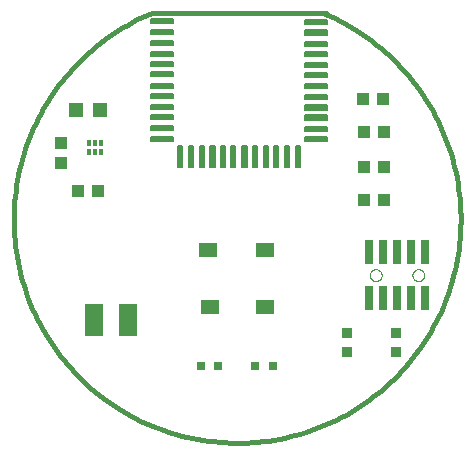
<source format=gtp>
G75*
%MOIN*%
%OFA0B0*%
%FSLAX25Y25*%
%IPPOS*%
%LPD*%
%AMOC8*
5,1,8,0,0,1.08239X$1,22.5*
%
%ADD10C,0.01600*%
%ADD11C,0.00591*%
%ADD12R,0.03937X0.04331*%
%ADD13R,0.04331X0.03937*%
%ADD14R,0.06299X0.10630*%
%ADD15R,0.05118X0.05000*%
%ADD16R,0.03150X0.03150*%
%ADD17R,0.01181X0.02047*%
%ADD18R,0.06102X0.04724*%
%ADD19R,0.02500X0.08000*%
%ADD20C,0.00000*%
%ADD21R,0.03543X0.03740*%
D10*
X0059923Y0145895D02*
X0058243Y0145181D01*
X0056581Y0144427D01*
X0054938Y0143632D01*
X0053314Y0142797D01*
X0051712Y0141922D01*
X0050132Y0141008D01*
X0048574Y0140056D01*
X0047041Y0139066D01*
X0045532Y0138039D01*
X0044048Y0136975D01*
X0042591Y0135875D01*
X0041162Y0134740D01*
X0039761Y0133569D01*
X0038389Y0132365D01*
X0037047Y0131128D01*
X0035735Y0129858D01*
X0034455Y0128557D01*
X0033208Y0127224D01*
X0031993Y0125861D01*
X0030812Y0124469D01*
X0029666Y0123048D01*
X0028555Y0121600D01*
X0027480Y0120125D01*
X0026441Y0118624D01*
X0025439Y0117098D01*
X0024475Y0115548D01*
X0023549Y0113974D01*
X0022662Y0112379D01*
X0021815Y0110762D01*
X0021007Y0109125D01*
X0020240Y0107469D01*
X0019513Y0105794D01*
X0018828Y0104102D01*
X0018185Y0102394D01*
X0017583Y0100670D01*
X0017024Y0098933D01*
X0016508Y0097182D01*
X0016035Y0095419D01*
X0015605Y0093644D01*
X0015218Y0091860D01*
X0014876Y0090067D01*
X0014578Y0088266D01*
X0014324Y0086459D01*
X0014114Y0084645D01*
X0013949Y0082827D01*
X0013828Y0081006D01*
X0013752Y0079182D01*
X0013721Y0077357D01*
X0013734Y0075531D01*
X0013793Y0073707D01*
X0013896Y0071884D01*
X0014043Y0070065D01*
X0014235Y0068249D01*
X0014472Y0066439D01*
X0014753Y0064636D01*
X0015078Y0062839D01*
X0015447Y0061052D01*
X0015860Y0059273D01*
X0016316Y0057506D01*
X0016815Y0055750D01*
X0017357Y0054007D01*
X0017942Y0052278D01*
X0018569Y0050563D01*
X0019238Y0048865D01*
X0019948Y0047183D01*
X0020699Y0045519D01*
X0021491Y0043874D01*
X0022323Y0042249D01*
X0023194Y0040645D01*
X0024105Y0039063D01*
X0025054Y0037504D01*
X0026040Y0035968D01*
X0027065Y0034457D01*
X0028126Y0032972D01*
X0029223Y0031513D01*
X0030355Y0030081D01*
X0031523Y0028677D01*
X0032724Y0027303D01*
X0033958Y0025958D01*
X0035226Y0024644D01*
X0036525Y0023362D01*
X0037855Y0022112D01*
X0039215Y0020894D01*
X0040605Y0019711D01*
X0042023Y0018562D01*
X0043469Y0017448D01*
X0044942Y0016369D01*
X0046441Y0015327D01*
X0047965Y0014323D01*
X0049513Y0013355D01*
X0051085Y0012427D01*
X0052679Y0011536D01*
X0054294Y0010686D01*
X0055929Y0009875D01*
X0057584Y0009104D01*
X0059257Y0008374D01*
X0060948Y0007686D01*
X0062655Y0007039D01*
X0064377Y0006434D01*
X0066114Y0005871D01*
X0067864Y0005351D01*
X0069626Y0004875D01*
X0071399Y0004441D01*
X0073182Y0004051D01*
X0074975Y0003705D01*
X0076775Y0003403D01*
X0078582Y0003146D01*
X0080395Y0002932D01*
X0082213Y0002763D01*
X0084034Y0002639D01*
X0085858Y0002560D01*
X0087683Y0002525D01*
X0089508Y0002535D01*
X0091333Y0002589D01*
X0093156Y0002689D01*
X0094976Y0002832D01*
X0096791Y0003021D01*
X0098602Y0003254D01*
X0100406Y0003531D01*
X0102203Y0003853D01*
X0103992Y0004218D01*
X0105771Y0004627D01*
X0107539Y0005080D01*
X0109296Y0005575D01*
X0111040Y0006114D01*
X0112771Y0006695D01*
X0114486Y0007319D01*
X0116186Y0007984D01*
X0117869Y0008691D01*
X0119534Y0009439D01*
X0121181Y0010227D01*
X0122807Y0011056D01*
X0124413Y0011924D01*
X0125997Y0012832D01*
X0127558Y0013777D01*
X0129096Y0014761D01*
X0130609Y0015782D01*
X0132097Y0016840D01*
X0133558Y0017935D01*
X0134992Y0019064D01*
X0136398Y0020229D01*
X0137775Y0021427D01*
X0139122Y0022659D01*
X0140438Y0023924D01*
X0141723Y0025220D01*
X0142976Y0026548D01*
X0144196Y0027906D01*
X0145383Y0029293D01*
X0146535Y0030709D01*
X0147652Y0032153D01*
X0148733Y0033624D01*
X0149778Y0035121D01*
X0150786Y0036643D01*
X0151756Y0038189D01*
X0152688Y0039758D01*
X0153581Y0041350D01*
X0154435Y0042964D01*
X0155249Y0044598D01*
X0156023Y0046251D01*
X0156757Y0047923D01*
X0157449Y0049612D01*
X0158099Y0051318D01*
X0158707Y0053039D01*
X0159273Y0054774D01*
X0159797Y0056523D01*
X0160277Y0058284D01*
X0160714Y0060057D01*
X0161107Y0061839D01*
X0161457Y0063631D01*
X0161762Y0065430D01*
X0162024Y0067237D01*
X0162241Y0069050D01*
X0162413Y0070867D01*
X0162541Y0072688D01*
X0162625Y0074511D01*
X0162663Y0076337D01*
X0162657Y0078162D01*
X0162606Y0079987D01*
X0162510Y0081810D01*
X0162370Y0083630D01*
X0162185Y0085446D01*
X0161956Y0087257D01*
X0161682Y0089062D01*
X0161364Y0090859D01*
X0161003Y0092649D01*
X0160597Y0094428D01*
X0160148Y0096198D01*
X0159656Y0097956D01*
X0159121Y0099701D01*
X0158543Y0101432D01*
X0157923Y0103149D01*
X0157261Y0104851D01*
X0156557Y0106535D01*
X0155813Y0108202D01*
X0155028Y0109850D01*
X0154202Y0111478D01*
X0153337Y0113086D01*
X0152433Y0114671D01*
X0151490Y0116235D01*
X0150510Y0117774D01*
X0149491Y0119289D01*
X0148436Y0120779D01*
X0147345Y0122242D01*
X0146218Y0123679D01*
X0145057Y0125087D01*
X0143861Y0126466D01*
X0142632Y0127816D01*
X0141370Y0129135D01*
X0140076Y0130422D01*
X0138751Y0131678D01*
X0137396Y0132901D01*
X0136011Y0134090D01*
X0134597Y0135245D01*
X0133155Y0136365D01*
X0131687Y0137449D01*
X0130192Y0138497D01*
X0128672Y0139508D01*
X0127128Y0140481D01*
X0125560Y0141416D01*
X0123970Y0142313D01*
X0122358Y0143170D01*
X0120726Y0143987D01*
X0119074Y0144765D01*
X0117404Y0145501D01*
X0117798Y0145894D02*
X0059924Y0145894D01*
D11*
X0059628Y0142331D02*
X0066912Y0142331D01*
X0059628Y0142331D02*
X0059628Y0143709D01*
X0066912Y0143709D01*
X0066912Y0142331D01*
X0066912Y0142921D02*
X0059628Y0142921D01*
X0059628Y0143511D02*
X0066912Y0143511D01*
X0066912Y0138788D02*
X0059628Y0138788D01*
X0059628Y0140166D01*
X0066912Y0140166D01*
X0066912Y0138788D01*
X0066912Y0139378D02*
X0059628Y0139378D01*
X0059628Y0139968D02*
X0066912Y0139968D01*
X0066912Y0135048D02*
X0059628Y0135048D01*
X0059628Y0136426D01*
X0066912Y0136426D01*
X0066912Y0135048D01*
X0066912Y0135638D02*
X0059628Y0135638D01*
X0059628Y0136228D02*
X0066912Y0136228D01*
X0066912Y0131505D02*
X0059628Y0131505D01*
X0059628Y0132883D01*
X0066912Y0132883D01*
X0066912Y0131505D01*
X0066912Y0132095D02*
X0059628Y0132095D01*
X0059628Y0132685D02*
X0066912Y0132685D01*
X0066912Y0127961D02*
X0059628Y0127961D01*
X0059628Y0129339D01*
X0066912Y0129339D01*
X0066912Y0127961D01*
X0066912Y0128551D02*
X0059628Y0128551D01*
X0059628Y0129141D02*
X0066912Y0129141D01*
X0066912Y0124615D02*
X0059628Y0124615D01*
X0059628Y0125993D01*
X0066912Y0125993D01*
X0066912Y0124615D01*
X0066912Y0125205D02*
X0059628Y0125205D01*
X0059628Y0125795D02*
X0066912Y0125795D01*
X0066912Y0120875D02*
X0059628Y0120875D01*
X0059628Y0122253D01*
X0066912Y0122253D01*
X0066912Y0120875D01*
X0066912Y0121465D02*
X0059628Y0121465D01*
X0059628Y0122055D02*
X0066912Y0122055D01*
X0066912Y0117331D02*
X0059628Y0117331D01*
X0059628Y0118709D01*
X0066912Y0118709D01*
X0066912Y0117331D01*
X0066912Y0117921D02*
X0059628Y0117921D01*
X0059628Y0118511D02*
X0066912Y0118511D01*
X0066912Y0113788D02*
X0059628Y0113788D01*
X0059628Y0115166D01*
X0066912Y0115166D01*
X0066912Y0113788D01*
X0066912Y0114378D02*
X0059628Y0114378D01*
X0059628Y0114968D02*
X0066912Y0114968D01*
X0066912Y0110442D02*
X0059628Y0110442D01*
X0059628Y0111820D01*
X0066912Y0111820D01*
X0066912Y0110442D01*
X0066912Y0111032D02*
X0059628Y0111032D01*
X0059628Y0111622D02*
X0066912Y0111622D01*
X0066912Y0106702D02*
X0059628Y0106702D01*
X0059628Y0108080D01*
X0066912Y0108080D01*
X0066912Y0106702D01*
X0066912Y0107292D02*
X0059628Y0107292D01*
X0059628Y0107882D02*
X0066912Y0107882D01*
X0066912Y0103158D02*
X0059628Y0103158D01*
X0059628Y0104536D01*
X0066912Y0104536D01*
X0066912Y0103158D01*
X0066912Y0103748D02*
X0059628Y0103748D01*
X0059628Y0104338D02*
X0066912Y0104338D01*
X0069865Y0101584D02*
X0069865Y0094300D01*
X0068487Y0094300D01*
X0068487Y0101584D01*
X0069865Y0101584D01*
X0069865Y0094890D02*
X0068487Y0094890D01*
X0068487Y0095480D02*
X0069865Y0095480D01*
X0069865Y0096070D02*
X0068487Y0096070D01*
X0068487Y0096660D02*
X0069865Y0096660D01*
X0069865Y0097250D02*
X0068487Y0097250D01*
X0068487Y0097840D02*
X0069865Y0097840D01*
X0069865Y0098430D02*
X0068487Y0098430D01*
X0068487Y0099020D02*
X0069865Y0099020D01*
X0069865Y0099610D02*
X0068487Y0099610D01*
X0068487Y0100200D02*
X0069865Y0100200D01*
X0069865Y0100790D02*
X0068487Y0100790D01*
X0068487Y0101380D02*
X0069865Y0101380D01*
X0073408Y0101584D02*
X0073408Y0094300D01*
X0072030Y0094300D01*
X0072030Y0101584D01*
X0073408Y0101584D01*
X0073408Y0094890D02*
X0072030Y0094890D01*
X0072030Y0095480D02*
X0073408Y0095480D01*
X0073408Y0096070D02*
X0072030Y0096070D01*
X0072030Y0096660D02*
X0073408Y0096660D01*
X0073408Y0097250D02*
X0072030Y0097250D01*
X0072030Y0097840D02*
X0073408Y0097840D01*
X0073408Y0098430D02*
X0072030Y0098430D01*
X0072030Y0099020D02*
X0073408Y0099020D01*
X0073408Y0099610D02*
X0072030Y0099610D01*
X0072030Y0100200D02*
X0073408Y0100200D01*
X0073408Y0100790D02*
X0072030Y0100790D01*
X0072030Y0101380D02*
X0073408Y0101380D01*
X0077148Y0101584D02*
X0077148Y0094300D01*
X0075770Y0094300D01*
X0075770Y0101584D01*
X0077148Y0101584D01*
X0077148Y0094890D02*
X0075770Y0094890D01*
X0075770Y0095480D02*
X0077148Y0095480D01*
X0077148Y0096070D02*
X0075770Y0096070D01*
X0075770Y0096660D02*
X0077148Y0096660D01*
X0077148Y0097250D02*
X0075770Y0097250D01*
X0075770Y0097840D02*
X0077148Y0097840D01*
X0077148Y0098430D02*
X0075770Y0098430D01*
X0075770Y0099020D02*
X0077148Y0099020D01*
X0077148Y0099610D02*
X0075770Y0099610D01*
X0075770Y0100200D02*
X0077148Y0100200D01*
X0077148Y0100790D02*
X0075770Y0100790D01*
X0075770Y0101380D02*
X0077148Y0101380D01*
X0080692Y0101584D02*
X0080692Y0094300D01*
X0079314Y0094300D01*
X0079314Y0101584D01*
X0080692Y0101584D01*
X0080692Y0094890D02*
X0079314Y0094890D01*
X0079314Y0095480D02*
X0080692Y0095480D01*
X0080692Y0096070D02*
X0079314Y0096070D01*
X0079314Y0096660D02*
X0080692Y0096660D01*
X0080692Y0097250D02*
X0079314Y0097250D01*
X0079314Y0097840D02*
X0080692Y0097840D01*
X0080692Y0098430D02*
X0079314Y0098430D01*
X0079314Y0099020D02*
X0080692Y0099020D01*
X0080692Y0099610D02*
X0079314Y0099610D01*
X0079314Y0100200D02*
X0080692Y0100200D01*
X0080692Y0100790D02*
X0079314Y0100790D01*
X0079314Y0101380D02*
X0080692Y0101380D01*
X0084235Y0101584D02*
X0084235Y0094300D01*
X0082857Y0094300D01*
X0082857Y0101584D01*
X0084235Y0101584D01*
X0084235Y0094890D02*
X0082857Y0094890D01*
X0082857Y0095480D02*
X0084235Y0095480D01*
X0084235Y0096070D02*
X0082857Y0096070D01*
X0082857Y0096660D02*
X0084235Y0096660D01*
X0084235Y0097250D02*
X0082857Y0097250D01*
X0082857Y0097840D02*
X0084235Y0097840D01*
X0084235Y0098430D02*
X0082857Y0098430D01*
X0082857Y0099020D02*
X0084235Y0099020D01*
X0084235Y0099610D02*
X0082857Y0099610D01*
X0082857Y0100200D02*
X0084235Y0100200D01*
X0084235Y0100790D02*
X0082857Y0100790D01*
X0082857Y0101380D02*
X0084235Y0101380D01*
X0087581Y0101584D02*
X0087581Y0094300D01*
X0086203Y0094300D01*
X0086203Y0101584D01*
X0087581Y0101584D01*
X0087581Y0094890D02*
X0086203Y0094890D01*
X0086203Y0095480D02*
X0087581Y0095480D01*
X0087581Y0096070D02*
X0086203Y0096070D01*
X0086203Y0096660D02*
X0087581Y0096660D01*
X0087581Y0097250D02*
X0086203Y0097250D01*
X0086203Y0097840D02*
X0087581Y0097840D01*
X0087581Y0098430D02*
X0086203Y0098430D01*
X0086203Y0099020D02*
X0087581Y0099020D01*
X0087581Y0099610D02*
X0086203Y0099610D01*
X0086203Y0100200D02*
X0087581Y0100200D01*
X0087581Y0100790D02*
X0086203Y0100790D01*
X0086203Y0101380D02*
X0087581Y0101380D01*
X0091322Y0101584D02*
X0091322Y0094300D01*
X0089944Y0094300D01*
X0089944Y0101584D01*
X0091322Y0101584D01*
X0091322Y0094890D02*
X0089944Y0094890D01*
X0089944Y0095480D02*
X0091322Y0095480D01*
X0091322Y0096070D02*
X0089944Y0096070D01*
X0089944Y0096660D02*
X0091322Y0096660D01*
X0091322Y0097250D02*
X0089944Y0097250D01*
X0089944Y0097840D02*
X0091322Y0097840D01*
X0091322Y0098430D02*
X0089944Y0098430D01*
X0089944Y0099020D02*
X0091322Y0099020D01*
X0091322Y0099610D02*
X0089944Y0099610D01*
X0089944Y0100200D02*
X0091322Y0100200D01*
X0091322Y0100790D02*
X0089944Y0100790D01*
X0089944Y0101380D02*
X0091322Y0101380D01*
X0094865Y0101584D02*
X0094865Y0094300D01*
X0093487Y0094300D01*
X0093487Y0101584D01*
X0094865Y0101584D01*
X0094865Y0094890D02*
X0093487Y0094890D01*
X0093487Y0095480D02*
X0094865Y0095480D01*
X0094865Y0096070D02*
X0093487Y0096070D01*
X0093487Y0096660D02*
X0094865Y0096660D01*
X0094865Y0097250D02*
X0093487Y0097250D01*
X0093487Y0097840D02*
X0094865Y0097840D01*
X0094865Y0098430D02*
X0093487Y0098430D01*
X0093487Y0099020D02*
X0094865Y0099020D01*
X0094865Y0099610D02*
X0093487Y0099610D01*
X0093487Y0100200D02*
X0094865Y0100200D01*
X0094865Y0100790D02*
X0093487Y0100790D01*
X0093487Y0101380D02*
X0094865Y0101380D01*
X0098408Y0101584D02*
X0098408Y0094300D01*
X0097030Y0094300D01*
X0097030Y0101584D01*
X0098408Y0101584D01*
X0098408Y0094890D02*
X0097030Y0094890D01*
X0097030Y0095480D02*
X0098408Y0095480D01*
X0098408Y0096070D02*
X0097030Y0096070D01*
X0097030Y0096660D02*
X0098408Y0096660D01*
X0098408Y0097250D02*
X0097030Y0097250D01*
X0097030Y0097840D02*
X0098408Y0097840D01*
X0098408Y0098430D02*
X0097030Y0098430D01*
X0097030Y0099020D02*
X0098408Y0099020D01*
X0098408Y0099610D02*
X0097030Y0099610D01*
X0097030Y0100200D02*
X0098408Y0100200D01*
X0098408Y0100790D02*
X0097030Y0100790D01*
X0097030Y0101380D02*
X0098408Y0101380D01*
X0101755Y0101584D02*
X0101755Y0094300D01*
X0100377Y0094300D01*
X0100377Y0101584D01*
X0101755Y0101584D01*
X0101755Y0094890D02*
X0100377Y0094890D01*
X0100377Y0095480D02*
X0101755Y0095480D01*
X0101755Y0096070D02*
X0100377Y0096070D01*
X0100377Y0096660D02*
X0101755Y0096660D01*
X0101755Y0097250D02*
X0100377Y0097250D01*
X0100377Y0097840D02*
X0101755Y0097840D01*
X0101755Y0098430D02*
X0100377Y0098430D01*
X0100377Y0099020D02*
X0101755Y0099020D01*
X0101755Y0099610D02*
X0100377Y0099610D01*
X0100377Y0100200D02*
X0101755Y0100200D01*
X0101755Y0100790D02*
X0100377Y0100790D01*
X0100377Y0101380D02*
X0101755Y0101380D01*
X0105495Y0101584D02*
X0105495Y0094300D01*
X0104117Y0094300D01*
X0104117Y0101584D01*
X0105495Y0101584D01*
X0105495Y0094890D02*
X0104117Y0094890D01*
X0104117Y0095480D02*
X0105495Y0095480D01*
X0105495Y0096070D02*
X0104117Y0096070D01*
X0104117Y0096660D02*
X0105495Y0096660D01*
X0105495Y0097250D02*
X0104117Y0097250D01*
X0104117Y0097840D02*
X0105495Y0097840D01*
X0105495Y0098430D02*
X0104117Y0098430D01*
X0104117Y0099020D02*
X0105495Y0099020D01*
X0105495Y0099610D02*
X0104117Y0099610D01*
X0104117Y0100200D02*
X0105495Y0100200D01*
X0105495Y0100790D02*
X0104117Y0100790D01*
X0104117Y0101380D02*
X0105495Y0101380D01*
X0109038Y0101584D02*
X0109038Y0094300D01*
X0107660Y0094300D01*
X0107660Y0101584D01*
X0109038Y0101584D01*
X0109038Y0094890D02*
X0107660Y0094890D01*
X0107660Y0095480D02*
X0109038Y0095480D01*
X0109038Y0096070D02*
X0107660Y0096070D01*
X0107660Y0096660D02*
X0109038Y0096660D01*
X0109038Y0097250D02*
X0107660Y0097250D01*
X0107660Y0097840D02*
X0109038Y0097840D01*
X0109038Y0098430D02*
X0107660Y0098430D01*
X0107660Y0099020D02*
X0109038Y0099020D01*
X0109038Y0099610D02*
X0107660Y0099610D01*
X0107660Y0100200D02*
X0109038Y0100200D01*
X0109038Y0100790D02*
X0107660Y0100790D01*
X0107660Y0101380D02*
X0109038Y0101380D01*
X0110809Y0102961D02*
X0118093Y0102961D01*
X0110809Y0102961D02*
X0110809Y0104339D01*
X0118093Y0104339D01*
X0118093Y0102961D01*
X0118093Y0103551D02*
X0110809Y0103551D01*
X0110809Y0104141D02*
X0118093Y0104141D01*
X0118093Y0106505D02*
X0110809Y0106505D01*
X0110809Y0107883D01*
X0118093Y0107883D01*
X0118093Y0106505D01*
X0118093Y0107095D02*
X0110809Y0107095D01*
X0110809Y0107685D02*
X0118093Y0107685D01*
X0118093Y0110245D02*
X0110809Y0110245D01*
X0110809Y0111623D01*
X0118093Y0111623D01*
X0118093Y0110245D01*
X0118093Y0110835D02*
X0110809Y0110835D01*
X0110809Y0111425D02*
X0118093Y0111425D01*
X0118093Y0113591D02*
X0110809Y0113591D01*
X0110809Y0114969D01*
X0118093Y0114969D01*
X0118093Y0113591D01*
X0118093Y0114181D02*
X0110809Y0114181D01*
X0110809Y0114771D02*
X0118093Y0114771D01*
X0118093Y0117135D02*
X0110809Y0117135D01*
X0110809Y0118513D01*
X0118093Y0118513D01*
X0118093Y0117135D01*
X0118093Y0117725D02*
X0110809Y0117725D01*
X0110809Y0118315D02*
X0118093Y0118315D01*
X0118093Y0120678D02*
X0110809Y0120678D01*
X0110809Y0122056D01*
X0118093Y0122056D01*
X0118093Y0120678D01*
X0118093Y0121268D02*
X0110809Y0121268D01*
X0110809Y0121858D02*
X0118093Y0121858D01*
X0118093Y0124418D02*
X0110809Y0124418D01*
X0110809Y0125796D01*
X0118093Y0125796D01*
X0118093Y0124418D01*
X0118093Y0125008D02*
X0110809Y0125008D01*
X0110809Y0125598D02*
X0118093Y0125598D01*
X0118093Y0127765D02*
X0110809Y0127765D01*
X0110809Y0129143D01*
X0118093Y0129143D01*
X0118093Y0127765D01*
X0118093Y0128355D02*
X0110809Y0128355D01*
X0110809Y0128945D02*
X0118093Y0128945D01*
X0118093Y0131308D02*
X0110809Y0131308D01*
X0110809Y0132686D01*
X0118093Y0132686D01*
X0118093Y0131308D01*
X0118093Y0131898D02*
X0110809Y0131898D01*
X0110809Y0132488D02*
X0118093Y0132488D01*
X0118093Y0134851D02*
X0110809Y0134851D01*
X0110809Y0136229D01*
X0118093Y0136229D01*
X0118093Y0134851D01*
X0118093Y0135441D02*
X0110809Y0135441D01*
X0110809Y0136031D02*
X0118093Y0136031D01*
X0118093Y0138591D02*
X0110809Y0138591D01*
X0110809Y0139969D01*
X0118093Y0139969D01*
X0118093Y0138591D01*
X0118093Y0139181D02*
X0110809Y0139181D01*
X0110809Y0139771D02*
X0118093Y0139771D01*
X0118093Y0142135D02*
X0110809Y0142135D01*
X0110809Y0143513D01*
X0118093Y0143513D01*
X0118093Y0142135D01*
X0118093Y0142725D02*
X0110809Y0142725D01*
X0110809Y0143315D02*
X0118093Y0143315D01*
D12*
X0029451Y0102391D03*
X0029451Y0095698D03*
D13*
X0035121Y0086446D03*
X0041814Y0086446D03*
X0130514Y0083572D03*
X0137207Y0083572D03*
X0137247Y0094595D03*
X0130554Y0094595D03*
X0130475Y0106013D03*
X0137168Y0106013D03*
X0136735Y0117036D03*
X0130042Y0117036D03*
D14*
X0040633Y0043454D03*
X0051656Y0043454D03*
D15*
X0042601Y0113296D03*
X0034412Y0113335D03*
D16*
X0076026Y0027981D03*
X0081932Y0027981D03*
X0094097Y0027981D03*
X0100003Y0027981D03*
D17*
X0042719Y0099477D03*
X0040751Y0099477D03*
X0038782Y0099477D03*
X0038782Y0102430D03*
X0040751Y0102430D03*
X0042719Y0102430D03*
D18*
X0078625Y0066643D03*
X0097522Y0066643D03*
X0097522Y0047745D03*
X0079018Y0047745D03*
D19*
X0132050Y0050698D03*
X0136774Y0050698D03*
X0141499Y0050698D03*
X0146223Y0050894D03*
X0150948Y0050894D03*
X0150948Y0066249D03*
X0146223Y0066249D03*
X0141499Y0066249D03*
X0136774Y0066249D03*
X0132247Y0066249D03*
D20*
X0132443Y0058375D02*
X0132445Y0058463D01*
X0132451Y0058551D01*
X0132461Y0058639D01*
X0132475Y0058727D01*
X0132492Y0058813D01*
X0132514Y0058899D01*
X0132539Y0058983D01*
X0132569Y0059067D01*
X0132601Y0059149D01*
X0132638Y0059229D01*
X0132678Y0059308D01*
X0132722Y0059385D01*
X0132769Y0059460D01*
X0132819Y0059532D01*
X0132873Y0059603D01*
X0132929Y0059670D01*
X0132989Y0059736D01*
X0133051Y0059798D01*
X0133117Y0059858D01*
X0133184Y0059914D01*
X0133255Y0059968D01*
X0133327Y0060018D01*
X0133402Y0060065D01*
X0133479Y0060109D01*
X0133558Y0060149D01*
X0133638Y0060186D01*
X0133720Y0060218D01*
X0133804Y0060248D01*
X0133888Y0060273D01*
X0133974Y0060295D01*
X0134060Y0060312D01*
X0134148Y0060326D01*
X0134236Y0060336D01*
X0134324Y0060342D01*
X0134412Y0060344D01*
X0134500Y0060342D01*
X0134588Y0060336D01*
X0134676Y0060326D01*
X0134764Y0060312D01*
X0134850Y0060295D01*
X0134936Y0060273D01*
X0135020Y0060248D01*
X0135104Y0060218D01*
X0135186Y0060186D01*
X0135266Y0060149D01*
X0135345Y0060109D01*
X0135422Y0060065D01*
X0135497Y0060018D01*
X0135569Y0059968D01*
X0135640Y0059914D01*
X0135707Y0059858D01*
X0135773Y0059798D01*
X0135835Y0059736D01*
X0135895Y0059670D01*
X0135951Y0059603D01*
X0136005Y0059532D01*
X0136055Y0059460D01*
X0136102Y0059385D01*
X0136146Y0059308D01*
X0136186Y0059229D01*
X0136223Y0059149D01*
X0136255Y0059067D01*
X0136285Y0058983D01*
X0136310Y0058899D01*
X0136332Y0058813D01*
X0136349Y0058727D01*
X0136363Y0058639D01*
X0136373Y0058551D01*
X0136379Y0058463D01*
X0136381Y0058375D01*
X0136379Y0058287D01*
X0136373Y0058199D01*
X0136363Y0058111D01*
X0136349Y0058023D01*
X0136332Y0057937D01*
X0136310Y0057851D01*
X0136285Y0057767D01*
X0136255Y0057683D01*
X0136223Y0057601D01*
X0136186Y0057521D01*
X0136146Y0057442D01*
X0136102Y0057365D01*
X0136055Y0057290D01*
X0136005Y0057218D01*
X0135951Y0057147D01*
X0135895Y0057080D01*
X0135835Y0057014D01*
X0135773Y0056952D01*
X0135707Y0056892D01*
X0135640Y0056836D01*
X0135569Y0056782D01*
X0135497Y0056732D01*
X0135422Y0056685D01*
X0135345Y0056641D01*
X0135266Y0056601D01*
X0135186Y0056564D01*
X0135104Y0056532D01*
X0135020Y0056502D01*
X0134936Y0056477D01*
X0134850Y0056455D01*
X0134764Y0056438D01*
X0134676Y0056424D01*
X0134588Y0056414D01*
X0134500Y0056408D01*
X0134412Y0056406D01*
X0134324Y0056408D01*
X0134236Y0056414D01*
X0134148Y0056424D01*
X0134060Y0056438D01*
X0133974Y0056455D01*
X0133888Y0056477D01*
X0133804Y0056502D01*
X0133720Y0056532D01*
X0133638Y0056564D01*
X0133558Y0056601D01*
X0133479Y0056641D01*
X0133402Y0056685D01*
X0133327Y0056732D01*
X0133255Y0056782D01*
X0133184Y0056836D01*
X0133117Y0056892D01*
X0133051Y0056952D01*
X0132989Y0057014D01*
X0132929Y0057080D01*
X0132873Y0057147D01*
X0132819Y0057218D01*
X0132769Y0057290D01*
X0132722Y0057365D01*
X0132678Y0057442D01*
X0132638Y0057521D01*
X0132601Y0057601D01*
X0132569Y0057683D01*
X0132539Y0057767D01*
X0132514Y0057851D01*
X0132492Y0057937D01*
X0132475Y0058023D01*
X0132461Y0058111D01*
X0132451Y0058199D01*
X0132445Y0058287D01*
X0132443Y0058375D01*
X0146616Y0058375D02*
X0146618Y0058463D01*
X0146624Y0058551D01*
X0146634Y0058639D01*
X0146648Y0058727D01*
X0146665Y0058813D01*
X0146687Y0058899D01*
X0146712Y0058983D01*
X0146742Y0059067D01*
X0146774Y0059149D01*
X0146811Y0059229D01*
X0146851Y0059308D01*
X0146895Y0059385D01*
X0146942Y0059460D01*
X0146992Y0059532D01*
X0147046Y0059603D01*
X0147102Y0059670D01*
X0147162Y0059736D01*
X0147224Y0059798D01*
X0147290Y0059858D01*
X0147357Y0059914D01*
X0147428Y0059968D01*
X0147500Y0060018D01*
X0147575Y0060065D01*
X0147652Y0060109D01*
X0147731Y0060149D01*
X0147811Y0060186D01*
X0147893Y0060218D01*
X0147977Y0060248D01*
X0148061Y0060273D01*
X0148147Y0060295D01*
X0148233Y0060312D01*
X0148321Y0060326D01*
X0148409Y0060336D01*
X0148497Y0060342D01*
X0148585Y0060344D01*
X0148673Y0060342D01*
X0148761Y0060336D01*
X0148849Y0060326D01*
X0148937Y0060312D01*
X0149023Y0060295D01*
X0149109Y0060273D01*
X0149193Y0060248D01*
X0149277Y0060218D01*
X0149359Y0060186D01*
X0149439Y0060149D01*
X0149518Y0060109D01*
X0149595Y0060065D01*
X0149670Y0060018D01*
X0149742Y0059968D01*
X0149813Y0059914D01*
X0149880Y0059858D01*
X0149946Y0059798D01*
X0150008Y0059736D01*
X0150068Y0059670D01*
X0150124Y0059603D01*
X0150178Y0059532D01*
X0150228Y0059460D01*
X0150275Y0059385D01*
X0150319Y0059308D01*
X0150359Y0059229D01*
X0150396Y0059149D01*
X0150428Y0059067D01*
X0150458Y0058983D01*
X0150483Y0058899D01*
X0150505Y0058813D01*
X0150522Y0058727D01*
X0150536Y0058639D01*
X0150546Y0058551D01*
X0150552Y0058463D01*
X0150554Y0058375D01*
X0150552Y0058287D01*
X0150546Y0058199D01*
X0150536Y0058111D01*
X0150522Y0058023D01*
X0150505Y0057937D01*
X0150483Y0057851D01*
X0150458Y0057767D01*
X0150428Y0057683D01*
X0150396Y0057601D01*
X0150359Y0057521D01*
X0150319Y0057442D01*
X0150275Y0057365D01*
X0150228Y0057290D01*
X0150178Y0057218D01*
X0150124Y0057147D01*
X0150068Y0057080D01*
X0150008Y0057014D01*
X0149946Y0056952D01*
X0149880Y0056892D01*
X0149813Y0056836D01*
X0149742Y0056782D01*
X0149670Y0056732D01*
X0149595Y0056685D01*
X0149518Y0056641D01*
X0149439Y0056601D01*
X0149359Y0056564D01*
X0149277Y0056532D01*
X0149193Y0056502D01*
X0149109Y0056477D01*
X0149023Y0056455D01*
X0148937Y0056438D01*
X0148849Y0056424D01*
X0148761Y0056414D01*
X0148673Y0056408D01*
X0148585Y0056406D01*
X0148497Y0056408D01*
X0148409Y0056414D01*
X0148321Y0056424D01*
X0148233Y0056438D01*
X0148147Y0056455D01*
X0148061Y0056477D01*
X0147977Y0056502D01*
X0147893Y0056532D01*
X0147811Y0056564D01*
X0147731Y0056601D01*
X0147652Y0056641D01*
X0147575Y0056685D01*
X0147500Y0056732D01*
X0147428Y0056782D01*
X0147357Y0056836D01*
X0147290Y0056892D01*
X0147224Y0056952D01*
X0147162Y0057014D01*
X0147102Y0057080D01*
X0147046Y0057147D01*
X0146992Y0057218D01*
X0146942Y0057290D01*
X0146895Y0057365D01*
X0146851Y0057442D01*
X0146811Y0057521D01*
X0146774Y0057601D01*
X0146742Y0057683D01*
X0146712Y0057767D01*
X0146687Y0057851D01*
X0146665Y0057937D01*
X0146648Y0058023D01*
X0146634Y0058111D01*
X0146624Y0058199D01*
X0146618Y0058287D01*
X0146616Y0058375D01*
D21*
X0141026Y0039083D03*
X0141026Y0032784D03*
X0124885Y0032784D03*
X0124885Y0039083D03*
M02*

</source>
